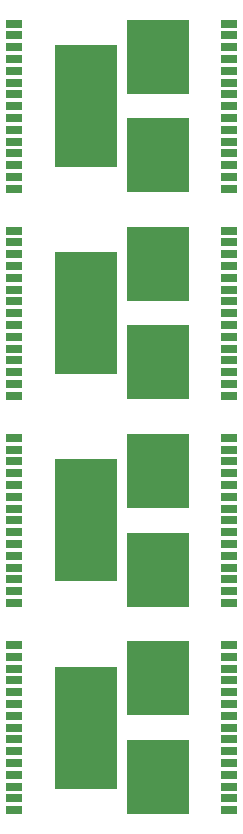
<source format=gbr>
%TF.GenerationSoftware,KiCad,Pcbnew,7.0.9*%
%TF.CreationDate,2024-06-22T14:47:38+09:00*%
%TF.ProjectId,Drive,44726976-652e-46b6-9963-61645f706362,rev?*%
%TF.SameCoordinates,Original*%
%TF.FileFunction,Paste,Top*%
%TF.FilePolarity,Positive*%
%FSLAX46Y46*%
G04 Gerber Fmt 4.6, Leading zero omitted, Abs format (unit mm)*
G04 Created by KiCad (PCBNEW 7.0.9) date 2024-06-22 14:47:38*
%MOMM*%
%LPD*%
G01*
G04 APERTURE LIST*
%ADD10R,1.350000X0.660000*%
%ADD11R,5.250000X10.300000*%
%ADD12R,5.250000X6.230000*%
G04 APERTURE END LIST*
D10*
%TO.C,U3*%
X148399400Y-71790200D03*
X148399400Y-72790200D03*
X148399400Y-73790200D03*
X148399400Y-74790200D03*
X148399400Y-75790200D03*
X148399400Y-76790200D03*
X148399400Y-77790200D03*
X148399400Y-78790200D03*
X148399400Y-79790200D03*
X148399400Y-80790200D03*
X148399400Y-81790200D03*
X148399400Y-82790200D03*
X148399400Y-83790200D03*
X148399400Y-84790200D03*
X148399400Y-85790200D03*
X166649400Y-85790200D03*
X166649400Y-84790200D03*
X166649400Y-83790200D03*
X166649400Y-82790200D03*
X166649400Y-81790200D03*
X166649400Y-80790200D03*
X166649400Y-79790200D03*
X166649400Y-78790200D03*
X166649400Y-77790200D03*
X166649400Y-76790200D03*
X166649400Y-75790200D03*
X166649400Y-74790200D03*
X166649400Y-73790200D03*
X166649400Y-72790200D03*
X166649400Y-71790200D03*
D11*
X154474400Y-78790200D03*
D12*
X160574400Y-82955200D03*
X160574400Y-74625200D03*
%TD*%
D10*
%TO.C,U5*%
X148399400Y-89330600D03*
X148399400Y-90330600D03*
X148399400Y-91330600D03*
X148399400Y-92330600D03*
X148399400Y-93330600D03*
X148399400Y-94330600D03*
X148399400Y-95330600D03*
X148399400Y-96330600D03*
X148399400Y-97330600D03*
X148399400Y-98330600D03*
X148399400Y-99330600D03*
X148399400Y-100330600D03*
X148399400Y-101330600D03*
X148399400Y-102330600D03*
X148399400Y-103330600D03*
X166649400Y-103330600D03*
X166649400Y-102330600D03*
X166649400Y-101330600D03*
X166649400Y-100330600D03*
X166649400Y-99330600D03*
X166649400Y-98330600D03*
X166649400Y-97330600D03*
X166649400Y-96330600D03*
X166649400Y-95330600D03*
X166649400Y-94330600D03*
X166649400Y-93330600D03*
X166649400Y-92330600D03*
X166649400Y-91330600D03*
X166649400Y-90330600D03*
X166649400Y-89330600D03*
D11*
X154474400Y-96330600D03*
D12*
X160574400Y-100495600D03*
X160574400Y-92165600D03*
%TD*%
D10*
%TO.C,U8*%
X148405800Y-106872200D03*
X148405800Y-107872200D03*
X148405800Y-108872200D03*
X148405800Y-109872200D03*
X148405800Y-110872200D03*
X148405800Y-111872200D03*
X148405800Y-112872200D03*
X148405800Y-113872200D03*
X148405800Y-114872200D03*
X148405800Y-115872200D03*
X148405800Y-116872200D03*
X148405800Y-117872200D03*
X148405800Y-118872200D03*
X148405800Y-119872200D03*
X148405800Y-120872200D03*
X166655800Y-120872200D03*
X166655800Y-119872200D03*
X166655800Y-118872200D03*
X166655800Y-117872200D03*
X166655800Y-116872200D03*
X166655800Y-115872200D03*
X166655800Y-114872200D03*
X166655800Y-113872200D03*
X166655800Y-112872200D03*
X166655800Y-111872200D03*
X166655800Y-110872200D03*
X166655800Y-109872200D03*
X166655800Y-108872200D03*
X166655800Y-107872200D03*
X166655800Y-106872200D03*
D11*
X154480800Y-113872200D03*
D12*
X160580800Y-118037200D03*
X160580800Y-109707200D03*
%TD*%
D10*
%TO.C,U2*%
X148399400Y-54264200D03*
X148399400Y-55264200D03*
X148399400Y-56264200D03*
X148399400Y-57264200D03*
X148399400Y-58264200D03*
X148399400Y-59264200D03*
X148399400Y-60264200D03*
X148399400Y-61264200D03*
X148399400Y-62264200D03*
X148399400Y-63264200D03*
X148399400Y-64264200D03*
X148399400Y-65264200D03*
X148399400Y-66264200D03*
X148399400Y-67264200D03*
X148399400Y-68264200D03*
X166649400Y-68264200D03*
X166649400Y-67264200D03*
X166649400Y-66264200D03*
X166649400Y-65264200D03*
X166649400Y-64264200D03*
X166649400Y-63264200D03*
X166649400Y-62264200D03*
X166649400Y-61264200D03*
X166649400Y-60264200D03*
X166649400Y-59264200D03*
X166649400Y-58264200D03*
X166649400Y-57264200D03*
X166649400Y-56264200D03*
X166649400Y-55264200D03*
X166649400Y-54264200D03*
D11*
X154474400Y-61264200D03*
D12*
X160574400Y-65429200D03*
X160574400Y-57099200D03*
%TD*%
M02*

</source>
